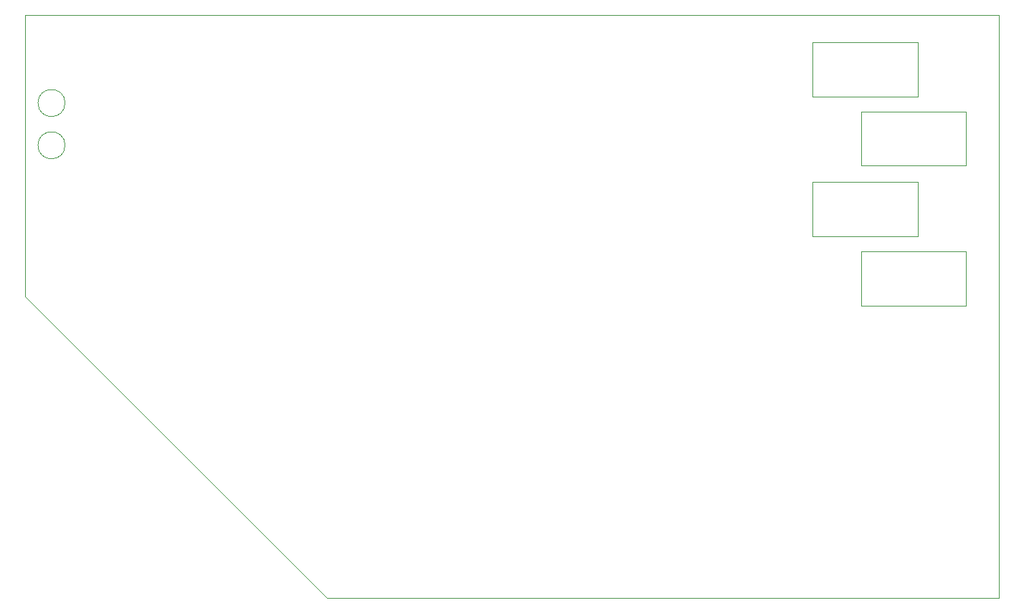
<source format=gbr>
%TF.GenerationSoftware,KiCad,Pcbnew,7.0.10-7.0.10~ubuntu22.04.1*%
%TF.CreationDate,2024-01-26T16:23:07-07:00*%
%TF.ProjectId,ph_meter,70685f6d-6574-4657-922e-6b696361645f,1.3*%
%TF.SameCoordinates,Original*%
%TF.FileFunction,Profile,NP*%
%FSLAX46Y46*%
G04 Gerber Fmt 4.6, Leading zero omitted, Abs format (unit mm)*
G04 Created by KiCad (PCBNEW 7.0.10-7.0.10~ubuntu22.04.1) date 2024-01-26 16:23:07*
%MOMM*%
%LPD*%
G01*
G04 APERTURE LIST*
%TA.AperFunction,Profile*%
%ADD10C,0.100000*%
%TD*%
G04 APERTURE END LIST*
D10*
X67150000Y-106950000D02*
X102800000Y-142600000D01*
X67150000Y-73700000D02*
X67150000Y-106950000D01*
X182200000Y-142600000D02*
X182200000Y-73700000D01*
X182200000Y-73700000D02*
X67150000Y-73700000D01*
X160190000Y-76890000D02*
X172590000Y-76890000D01*
X172590000Y-83290000D01*
X160190000Y-83290000D01*
X160190000Y-76890000D01*
X160190000Y-93440000D02*
X172590000Y-93440000D01*
X172590000Y-99840000D01*
X160190000Y-99840000D01*
X160190000Y-93440000D01*
X165900000Y-101650000D02*
X178300000Y-101650000D01*
X178300000Y-108050000D01*
X165900000Y-108050000D01*
X165900000Y-101650000D01*
X102800000Y-142600000D02*
X182200000Y-142600000D01*
X71900000Y-84080000D02*
G75*
G03*
X68700000Y-84080000I-1600000J0D01*
G01*
X68700000Y-84080000D02*
G75*
G03*
X71900000Y-84080000I1600000J0D01*
G01*
X71900000Y-89080000D02*
G75*
G03*
X68700000Y-89080000I-1600000J0D01*
G01*
X68700000Y-89080000D02*
G75*
G03*
X71900000Y-89080000I1600000J0D01*
G01*
X165900000Y-85100000D02*
X178300000Y-85100000D01*
X178300000Y-91500000D01*
X165900000Y-91500000D01*
X165900000Y-85100000D01*
M02*

</source>
